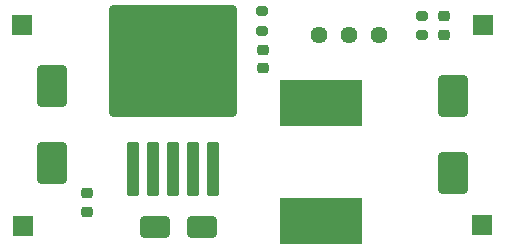
<source format=gbr>
G04 #@! TF.GenerationSoftware,KiCad,Pcbnew,9.0.6*
G04 #@! TF.CreationDate,2025-12-27T09:51:03+05:30*
G04 #@! TF.ProjectId,BC- LM2596 -ADJ,42432d20-4c4d-4323-9539-36202d41444a,rev?*
G04 #@! TF.SameCoordinates,Original*
G04 #@! TF.FileFunction,Soldermask,Top*
G04 #@! TF.FilePolarity,Negative*
%FSLAX46Y46*%
G04 Gerber Fmt 4.6, Leading zero omitted, Abs format (unit mm)*
G04 Created by KiCad (PCBNEW 9.0.6) date 2025-12-27 09:51:03*
%MOMM*%
%LPD*%
G01*
G04 APERTURE LIST*
G04 Aperture macros list*
%AMRoundRect*
0 Rectangle with rounded corners*
0 $1 Rounding radius*
0 $2 $3 $4 $5 $6 $7 $8 $9 X,Y pos of 4 corners*
0 Add a 4 corners polygon primitive as box body*
4,1,4,$2,$3,$4,$5,$6,$7,$8,$9,$2,$3,0*
0 Add four circle primitives for the rounded corners*
1,1,$1+$1,$2,$3*
1,1,$1+$1,$4,$5*
1,1,$1+$1,$6,$7*
1,1,$1+$1,$8,$9*
0 Add four rect primitives between the rounded corners*
20,1,$1+$1,$2,$3,$4,$5,0*
20,1,$1+$1,$4,$5,$6,$7,0*
20,1,$1+$1,$6,$7,$8,$9,0*
20,1,$1+$1,$8,$9,$2,$3,0*%
G04 Aperture macros list end*
%ADD10RoundRect,0.200000X-0.275000X0.200000X-0.275000X-0.200000X0.275000X-0.200000X0.275000X0.200000X0*%
%ADD11R,7.000000X4.000000*%
%ADD12RoundRect,0.250000X-1.000000X1.500000X-1.000000X-1.500000X1.000000X-1.500000X1.000000X1.500000X0*%
%ADD13R,1.700000X1.700000*%
%ADD14RoundRect,0.225000X0.250000X-0.225000X0.250000X0.225000X-0.250000X0.225000X-0.250000X-0.225000X0*%
%ADD15RoundRect,0.225000X-0.250000X0.225000X-0.250000X-0.225000X0.250000X-0.225000X0.250000X0.225000X0*%
%ADD16RoundRect,0.218750X0.256250X-0.218750X0.256250X0.218750X-0.256250X0.218750X-0.256250X-0.218750X0*%
%ADD17RoundRect,0.250000X0.300000X-2.050000X0.300000X2.050000X-0.300000X2.050000X-0.300000X-2.050000X0*%
%ADD18RoundRect,0.250002X5.149998X-4.449998X5.149998X4.449998X-5.149998X4.449998X-5.149998X-4.449998X0*%
%ADD19RoundRect,0.250000X1.000000X0.650000X-1.000000X0.650000X-1.000000X-0.650000X1.000000X-0.650000X0*%
%ADD20C,1.440000*%
%ADD21RoundRect,0.200000X0.275000X-0.200000X0.275000X0.200000X-0.275000X0.200000X-0.275000X-0.200000X0*%
G04 APERTURE END LIST*
D10*
X147325000Y-100800000D03*
X147325000Y-102450000D03*
D11*
X152300000Y-118600000D03*
X152300000Y-108600000D03*
D12*
X163450000Y-108025000D03*
X163450000Y-114525000D03*
D13*
X127000000Y-102000000D03*
X127100000Y-118975000D03*
D14*
X147400000Y-105625000D03*
X147400000Y-104075000D03*
D15*
X132500000Y-116225000D03*
X132500000Y-117775000D03*
D16*
X162750000Y-102812500D03*
X162750000Y-101237500D03*
D17*
X136400000Y-114175000D03*
X138100000Y-114175000D03*
X139800000Y-114175000D03*
D18*
X139800000Y-105025000D03*
D17*
X141500000Y-114175000D03*
X143200000Y-114175000D03*
D19*
X142250000Y-119050000D03*
X138250000Y-119050000D03*
D20*
X157180000Y-102850000D03*
X154640000Y-102850000D03*
X152100000Y-102850000D03*
D13*
X165925000Y-118900000D03*
X166000000Y-101950000D03*
D21*
X160825000Y-102825000D03*
X160825000Y-101175000D03*
D12*
X129550000Y-107175000D03*
X129550000Y-113675000D03*
M02*

</source>
